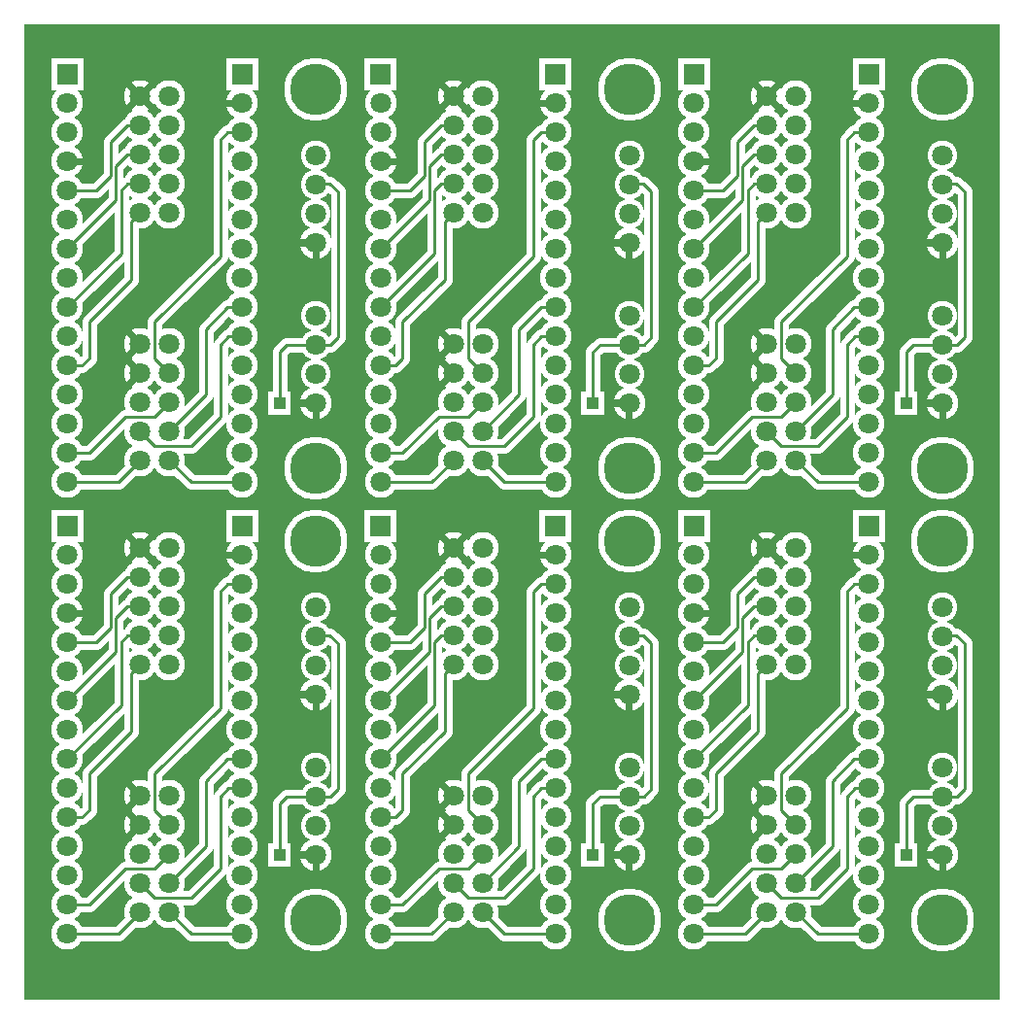
<source format=gbr>
%FSLAX34Y34*%
%MOMM*%
%LNCOPPER_BOTTOM*%
G71*
G01*
%ADD10C, 2.800*%
%ADD11C, 1.250*%
%ADD12C, 2.600*%
%ADD13C, 5.500*%
%ADD14C, 0.600*%
%ADD15C, 1.800*%
%ADD16C, 0.250*%
%ADD17C, 4.500*%
%LPD*%
G36*
X0Y0D02*
X850000Y0D01*
X850000Y-850000D01*
X0Y-850000D01*
X0Y0D01*
G37*
%LPC*%
G36*
X23300Y-29596D02*
X51300Y-29596D01*
X51300Y-57596D01*
X23300Y-57596D01*
X23300Y-29596D01*
G37*
G36*
X175700Y-29596D02*
X203700Y-29596D01*
X203700Y-57596D01*
X175700Y-57596D01*
X175700Y-29596D01*
G37*
X37300Y-68996D02*
G54D10*
D03*
X37300Y-94396D02*
G54D10*
D03*
X37300Y-119742D02*
G54D10*
D03*
X37300Y-145196D02*
G54D10*
D03*
X37300Y-170596D02*
G54D10*
D03*
X37300Y-195996D02*
G54D10*
D03*
X37300Y-221396D02*
G54D10*
D03*
X37300Y-246796D02*
G54D10*
D03*
X37300Y-272196D02*
G54D10*
D03*
X37300Y-297596D02*
G54D10*
D03*
X37300Y-322996D02*
G54D10*
D03*
X37300Y-348396D02*
G54D10*
D03*
X37300Y-373796D02*
G54D10*
D03*
X37300Y-399196D02*
G54D10*
D03*
X189700Y-399196D02*
G54D10*
D03*
X189700Y-373796D02*
G54D10*
D03*
X189700Y-348396D02*
G54D10*
D03*
X189700Y-322996D02*
G54D10*
D03*
X189700Y-297596D02*
G54D10*
D03*
X189700Y-272196D02*
G54D10*
D03*
X189700Y-246796D02*
G54D10*
D03*
X189700Y-221396D02*
G54D10*
D03*
X189700Y-195996D02*
G54D10*
D03*
X189700Y-170596D02*
G54D10*
D03*
X189700Y-145196D02*
G54D10*
D03*
X189700Y-119796D02*
G54D10*
D03*
X189700Y-94396D02*
G54D10*
D03*
X189700Y-68996D02*
G54D10*
D03*
X100800Y-62646D02*
G54D10*
D03*
X126200Y-62646D02*
G54D10*
D03*
X126200Y-88046D02*
G54D10*
D03*
X100800Y-88046D02*
G54D10*
D03*
X100800Y-113446D02*
G54D10*
D03*
X100800Y-138846D02*
G54D10*
D03*
X100800Y-164246D02*
G54D10*
D03*
X126200Y-164246D02*
G54D10*
D03*
X126200Y-138846D02*
G54D10*
D03*
X126200Y-113446D02*
G54D10*
D03*
X100800Y-278546D02*
G54D10*
D03*
X126200Y-278546D02*
G54D10*
D03*
X126200Y-303946D02*
G54D10*
D03*
X100800Y-303946D02*
G54D10*
D03*
X100800Y-329346D02*
G54D10*
D03*
X126200Y-329346D02*
G54D10*
D03*
X126200Y-354746D02*
G54D10*
D03*
X100800Y-354746D02*
G54D10*
D03*
X100800Y-380146D02*
G54D10*
D03*
X126200Y-380146D02*
G54D10*
D03*
G54D11*
X37300Y-145196D02*
X62700Y-145196D01*
X75400Y-132496D01*
X75400Y-102670D01*
X90024Y-88046D01*
X100800Y-88046D01*
G54D11*
X37300Y-195996D02*
X79900Y-153396D01*
X79900Y-123570D01*
X90024Y-113446D01*
X100800Y-113446D01*
G54D11*
X37300Y-246796D02*
X84400Y-199696D01*
X84400Y-144469D01*
X90024Y-138846D01*
X100800Y-138846D01*
G54D11*
X37300Y-297596D02*
X50000Y-297596D01*
X56350Y-291246D01*
X56350Y-259496D01*
X93180Y-222666D01*
X93180Y-171866D01*
X100800Y-164246D01*
G54D11*
X37300Y-373796D02*
X56350Y-373796D01*
X88100Y-342046D01*
X113500Y-342046D01*
X126200Y-329346D01*
G54D11*
X37300Y-399196D02*
X81750Y-399196D01*
X100800Y-380146D01*
G54D11*
X126200Y-380146D02*
X145250Y-399196D01*
X189700Y-399196D01*
G54D11*
X100800Y-354746D02*
X113500Y-367446D01*
X145250Y-367446D01*
X170650Y-342046D01*
X170650Y-279225D01*
X177679Y-272196D01*
X189700Y-272196D01*
G54D11*
X126200Y-354746D02*
X157950Y-322996D01*
X157950Y-265846D01*
X177000Y-246796D01*
X189700Y-246796D01*
G54D11*
X126200Y-303946D02*
X113500Y-291246D01*
X113500Y-259496D01*
X170650Y-202346D01*
X170650Y-100746D01*
X177000Y-94396D01*
X189700Y-94396D01*
X254000Y-190500D02*
G54D12*
D03*
X254000Y-165100D02*
G54D12*
D03*
X254000Y-139700D02*
G54D12*
D03*
X254000Y-114300D02*
G54D12*
D03*
X254000Y-330200D02*
G54D12*
D03*
X254000Y-304800D02*
G54D12*
D03*
X254000Y-279400D02*
G54D12*
D03*
X254000Y-254000D02*
G54D12*
D03*
G36*
X212250Y-320200D02*
X232250Y-320200D01*
X232250Y-340200D01*
X212250Y-340200D01*
X212250Y-320200D01*
G37*
X254000Y-190500D02*
G54D10*
D03*
X254000Y-330200D02*
G54D10*
D03*
X254000Y-387350D02*
G54D13*
D03*
X254000Y-57150D02*
G54D13*
D03*
G54D11*
X253200Y-138792D02*
X265792Y-138792D01*
X273050Y-146050D01*
X273050Y-273050D01*
X266700Y-279400D01*
X254000Y-279400D01*
G54D11*
X222250Y-330200D02*
X222250Y-285750D01*
X228600Y-279400D01*
X254000Y-279400D01*
G36*
X296350Y-29596D02*
X324350Y-29596D01*
X324350Y-57596D01*
X296350Y-57596D01*
X296350Y-29596D01*
G37*
G36*
X448750Y-29596D02*
X476750Y-29596D01*
X476750Y-57596D01*
X448750Y-57596D01*
X448750Y-29596D01*
G37*
X310350Y-68996D02*
G54D10*
D03*
X310350Y-94396D02*
G54D10*
D03*
X310350Y-119742D02*
G54D10*
D03*
X310350Y-145196D02*
G54D10*
D03*
X310350Y-170596D02*
G54D10*
D03*
X310350Y-195996D02*
G54D10*
D03*
X310350Y-221396D02*
G54D10*
D03*
X310350Y-246796D02*
G54D10*
D03*
X310350Y-272196D02*
G54D10*
D03*
X310350Y-297596D02*
G54D10*
D03*
X310350Y-322996D02*
G54D10*
D03*
X310350Y-348396D02*
G54D10*
D03*
X310350Y-373796D02*
G54D10*
D03*
X310350Y-399196D02*
G54D10*
D03*
X462750Y-399196D02*
G54D10*
D03*
X462750Y-373796D02*
G54D10*
D03*
X462750Y-348396D02*
G54D10*
D03*
X462750Y-322996D02*
G54D10*
D03*
X462750Y-297596D02*
G54D10*
D03*
X462750Y-272196D02*
G54D10*
D03*
X462750Y-246796D02*
G54D10*
D03*
X462750Y-221396D02*
G54D10*
D03*
X462750Y-195996D02*
G54D10*
D03*
X462750Y-170596D02*
G54D10*
D03*
X462750Y-145196D02*
G54D10*
D03*
X462750Y-119796D02*
G54D10*
D03*
X462750Y-94396D02*
G54D10*
D03*
X462750Y-68996D02*
G54D10*
D03*
X373850Y-62646D02*
G54D10*
D03*
X399250Y-62646D02*
G54D10*
D03*
X399250Y-88046D02*
G54D10*
D03*
X373850Y-88046D02*
G54D10*
D03*
X373850Y-113446D02*
G54D10*
D03*
X373850Y-138846D02*
G54D10*
D03*
X373850Y-164246D02*
G54D10*
D03*
X399250Y-164246D02*
G54D10*
D03*
X399250Y-138846D02*
G54D10*
D03*
X399250Y-113446D02*
G54D10*
D03*
X373850Y-278546D02*
G54D10*
D03*
X399250Y-278546D02*
G54D10*
D03*
X399250Y-303946D02*
G54D10*
D03*
X373850Y-303946D02*
G54D10*
D03*
X373850Y-329346D02*
G54D10*
D03*
X399250Y-329346D02*
G54D10*
D03*
X399250Y-354746D02*
G54D10*
D03*
X373850Y-354746D02*
G54D10*
D03*
X373850Y-380146D02*
G54D10*
D03*
X399250Y-380146D02*
G54D10*
D03*
G54D11*
X310350Y-145196D02*
X335750Y-145196D01*
X348450Y-132496D01*
X348450Y-102670D01*
X363074Y-88046D01*
X373850Y-88046D01*
G54D11*
X310350Y-195996D02*
X352950Y-153396D01*
X352950Y-123570D01*
X363074Y-113446D01*
X373850Y-113446D01*
G54D11*
X310350Y-246796D02*
X357450Y-199696D01*
X357450Y-144469D01*
X363074Y-138846D01*
X373850Y-138846D01*
G54D11*
X310350Y-297596D02*
X323050Y-297596D01*
X329400Y-291246D01*
X329400Y-259496D01*
X366230Y-222666D01*
X366230Y-171866D01*
X373850Y-164246D01*
G54D11*
X310350Y-373796D02*
X329400Y-373796D01*
X361150Y-342046D01*
X386550Y-342046D01*
X399250Y-329346D01*
G54D11*
X310350Y-399196D02*
X354800Y-399196D01*
X373850Y-380146D01*
G54D11*
X399250Y-380146D02*
X418300Y-399196D01*
X462750Y-399196D01*
G54D11*
X373850Y-354746D02*
X386550Y-367446D01*
X418300Y-367446D01*
X443700Y-342046D01*
X443700Y-279225D01*
X450729Y-272196D01*
X462750Y-272196D01*
G54D11*
X399250Y-354746D02*
X431000Y-322996D01*
X431000Y-265846D01*
X450050Y-246796D01*
X462750Y-246796D01*
G54D11*
X399250Y-303946D02*
X386550Y-291246D01*
X386550Y-259496D01*
X443700Y-202346D01*
X443700Y-100746D01*
X450050Y-94396D01*
X462750Y-94396D01*
X527050Y-190500D02*
G54D12*
D03*
X527050Y-165100D02*
G54D12*
D03*
X527050Y-139700D02*
G54D12*
D03*
X527050Y-114300D02*
G54D12*
D03*
X527050Y-330200D02*
G54D12*
D03*
X527050Y-304800D02*
G54D12*
D03*
X527050Y-279400D02*
G54D12*
D03*
X527050Y-254000D02*
G54D12*
D03*
G36*
X485300Y-320200D02*
X505300Y-320200D01*
X505300Y-340200D01*
X485300Y-340200D01*
X485300Y-320200D01*
G37*
X527050Y-190500D02*
G54D10*
D03*
X527050Y-330200D02*
G54D10*
D03*
X527050Y-387350D02*
G54D13*
D03*
X527050Y-57150D02*
G54D13*
D03*
G54D11*
X526250Y-138792D02*
X538842Y-138792D01*
X546100Y-146050D01*
X546100Y-273050D01*
X539750Y-279400D01*
X527050Y-279400D01*
G54D11*
X495300Y-330200D02*
X495300Y-285750D01*
X501650Y-279400D01*
X527050Y-279400D01*
G36*
X569400Y-29596D02*
X597400Y-29596D01*
X597400Y-57596D01*
X569400Y-57596D01*
X569400Y-29596D01*
G37*
G36*
X721800Y-29596D02*
X749800Y-29596D01*
X749800Y-57596D01*
X721800Y-57596D01*
X721800Y-29596D01*
G37*
X583400Y-68996D02*
G54D10*
D03*
X583400Y-94396D02*
G54D10*
D03*
X583400Y-119742D02*
G54D10*
D03*
X583400Y-145196D02*
G54D10*
D03*
X583400Y-170596D02*
G54D10*
D03*
X583400Y-195996D02*
G54D10*
D03*
X583400Y-221396D02*
G54D10*
D03*
X583400Y-246796D02*
G54D10*
D03*
X583400Y-272196D02*
G54D10*
D03*
X583400Y-297596D02*
G54D10*
D03*
X583400Y-322996D02*
G54D10*
D03*
X583400Y-348396D02*
G54D10*
D03*
X583400Y-373796D02*
G54D10*
D03*
X583400Y-399196D02*
G54D10*
D03*
X735800Y-399196D02*
G54D10*
D03*
X735800Y-373796D02*
G54D10*
D03*
X735800Y-348396D02*
G54D10*
D03*
X735800Y-322996D02*
G54D10*
D03*
X735800Y-297596D02*
G54D10*
D03*
X735800Y-272196D02*
G54D10*
D03*
X735800Y-246796D02*
G54D10*
D03*
X735800Y-221396D02*
G54D10*
D03*
X735800Y-195996D02*
G54D10*
D03*
X735800Y-170596D02*
G54D10*
D03*
X735800Y-145196D02*
G54D10*
D03*
X735800Y-119796D02*
G54D10*
D03*
X735800Y-94396D02*
G54D10*
D03*
X735800Y-68996D02*
G54D10*
D03*
X646900Y-62646D02*
G54D10*
D03*
X672300Y-62646D02*
G54D10*
D03*
X672300Y-88046D02*
G54D10*
D03*
X646900Y-88046D02*
G54D10*
D03*
X646900Y-113446D02*
G54D10*
D03*
X646900Y-138846D02*
G54D10*
D03*
X646900Y-164246D02*
G54D10*
D03*
X672300Y-164246D02*
G54D10*
D03*
X672300Y-138846D02*
G54D10*
D03*
X672300Y-113446D02*
G54D10*
D03*
X646900Y-278546D02*
G54D10*
D03*
X672300Y-278546D02*
G54D10*
D03*
X672300Y-303946D02*
G54D10*
D03*
X646900Y-303946D02*
G54D10*
D03*
X646900Y-329346D02*
G54D10*
D03*
X672300Y-329346D02*
G54D10*
D03*
X672300Y-354746D02*
G54D10*
D03*
X646900Y-354746D02*
G54D10*
D03*
X646900Y-380146D02*
G54D10*
D03*
X672300Y-380146D02*
G54D10*
D03*
G54D11*
X583400Y-145196D02*
X608800Y-145196D01*
X621500Y-132496D01*
X621500Y-102670D01*
X636124Y-88046D01*
X646900Y-88046D01*
G54D11*
X583400Y-195996D02*
X626000Y-153396D01*
X626000Y-123570D01*
X636124Y-113446D01*
X646900Y-113446D01*
G54D11*
X583400Y-246796D02*
X630500Y-199696D01*
X630500Y-144469D01*
X636124Y-138846D01*
X646900Y-138846D01*
G54D11*
X583400Y-297596D02*
X596100Y-297596D01*
X602450Y-291246D01*
X602450Y-259496D01*
X639280Y-222666D01*
X639280Y-171866D01*
X646900Y-164246D01*
G54D11*
X583400Y-373796D02*
X602450Y-373796D01*
X634200Y-342046D01*
X659600Y-342046D01*
X672300Y-329346D01*
G54D11*
X583400Y-399196D02*
X627850Y-399196D01*
X646900Y-380146D01*
G54D11*
X672300Y-380146D02*
X691350Y-399196D01*
X735800Y-399196D01*
G54D11*
X646900Y-354746D02*
X659600Y-367446D01*
X691350Y-367446D01*
X716750Y-342046D01*
X716750Y-279225D01*
X723779Y-272196D01*
X735800Y-272196D01*
G54D11*
X672300Y-354746D02*
X704050Y-322996D01*
X704050Y-265846D01*
X723100Y-246796D01*
X735800Y-246796D01*
G54D11*
X672300Y-303946D02*
X659600Y-291246D01*
X659600Y-259496D01*
X716750Y-202346D01*
X716750Y-100746D01*
X723100Y-94396D01*
X735800Y-94396D01*
X800100Y-190500D02*
G54D12*
D03*
X800100Y-165100D02*
G54D12*
D03*
X800100Y-139700D02*
G54D12*
D03*
X800100Y-114300D02*
G54D12*
D03*
X800100Y-330200D02*
G54D12*
D03*
X800100Y-304800D02*
G54D12*
D03*
X800100Y-279400D02*
G54D12*
D03*
X800100Y-254000D02*
G54D12*
D03*
G36*
X758350Y-320200D02*
X778350Y-320200D01*
X778350Y-340200D01*
X758350Y-340200D01*
X758350Y-320200D01*
G37*
X800100Y-190500D02*
G54D10*
D03*
X800100Y-330200D02*
G54D10*
D03*
X800100Y-387350D02*
G54D13*
D03*
X800100Y-57150D02*
G54D13*
D03*
G54D11*
X799300Y-138792D02*
X811892Y-138792D01*
X819150Y-146050D01*
X819150Y-273050D01*
X812800Y-279400D01*
X800100Y-279400D01*
G54D11*
X768350Y-330200D02*
X768350Y-285750D01*
X774700Y-279400D01*
X800100Y-279400D01*
G36*
X23300Y-423296D02*
X51300Y-423296D01*
X51300Y-451296D01*
X23300Y-451296D01*
X23300Y-423296D01*
G37*
G36*
X175700Y-423296D02*
X203700Y-423296D01*
X203700Y-451296D01*
X175700Y-451296D01*
X175700Y-423296D01*
G37*
X37300Y-462696D02*
G54D10*
D03*
X37300Y-488096D02*
G54D10*
D03*
X37300Y-513442D02*
G54D10*
D03*
X37300Y-538896D02*
G54D10*
D03*
X37300Y-564296D02*
G54D10*
D03*
X37300Y-589696D02*
G54D10*
D03*
X37300Y-615096D02*
G54D10*
D03*
X37300Y-640496D02*
G54D10*
D03*
X37300Y-665896D02*
G54D10*
D03*
X37300Y-691296D02*
G54D10*
D03*
X37300Y-716696D02*
G54D10*
D03*
X37300Y-742096D02*
G54D10*
D03*
X37300Y-767496D02*
G54D10*
D03*
X37300Y-792896D02*
G54D10*
D03*
X189700Y-792896D02*
G54D10*
D03*
X189700Y-767496D02*
G54D10*
D03*
X189700Y-742096D02*
G54D10*
D03*
X189700Y-716696D02*
G54D10*
D03*
X189700Y-691296D02*
G54D10*
D03*
X189700Y-665896D02*
G54D10*
D03*
X189700Y-640496D02*
G54D10*
D03*
X189700Y-615096D02*
G54D10*
D03*
X189700Y-589696D02*
G54D10*
D03*
X189700Y-564296D02*
G54D10*
D03*
X189700Y-538896D02*
G54D10*
D03*
X189700Y-513496D02*
G54D10*
D03*
X189700Y-488096D02*
G54D10*
D03*
X189700Y-462696D02*
G54D10*
D03*
X100800Y-456346D02*
G54D10*
D03*
X126200Y-456346D02*
G54D10*
D03*
X126200Y-481746D02*
G54D10*
D03*
X100800Y-481746D02*
G54D10*
D03*
X100800Y-507146D02*
G54D10*
D03*
X100800Y-532546D02*
G54D10*
D03*
X100800Y-557946D02*
G54D10*
D03*
X126200Y-557946D02*
G54D10*
D03*
X126200Y-532546D02*
G54D10*
D03*
X126200Y-507146D02*
G54D10*
D03*
X100800Y-672246D02*
G54D10*
D03*
X126200Y-672246D02*
G54D10*
D03*
X126200Y-697646D02*
G54D10*
D03*
X100800Y-697646D02*
G54D10*
D03*
X100800Y-723046D02*
G54D10*
D03*
X126200Y-723046D02*
G54D10*
D03*
X126200Y-748446D02*
G54D10*
D03*
X100800Y-748446D02*
G54D10*
D03*
X100800Y-773846D02*
G54D10*
D03*
X126200Y-773846D02*
G54D10*
D03*
G54D11*
X37300Y-538896D02*
X62700Y-538896D01*
X75400Y-526196D01*
X75400Y-496370D01*
X90024Y-481746D01*
X100800Y-481746D01*
G54D11*
X37300Y-589696D02*
X79900Y-547096D01*
X79900Y-517270D01*
X90024Y-507146D01*
X100800Y-507146D01*
G54D11*
X37300Y-640496D02*
X84400Y-593396D01*
X84400Y-538170D01*
X90024Y-532546D01*
X100800Y-532546D01*
G54D11*
X37300Y-691296D02*
X50000Y-691296D01*
X56350Y-684946D01*
X56350Y-653196D01*
X93180Y-616366D01*
X93180Y-565566D01*
X100800Y-557946D01*
G54D11*
X37300Y-767496D02*
X56350Y-767496D01*
X88100Y-735746D01*
X113500Y-735746D01*
X126200Y-723046D01*
G54D11*
X37300Y-792896D02*
X81750Y-792896D01*
X100800Y-773846D01*
G54D11*
X126200Y-773846D02*
X145250Y-792896D01*
X189700Y-792896D01*
G54D11*
X100800Y-748446D02*
X113500Y-761146D01*
X145250Y-761146D01*
X170650Y-735746D01*
X170650Y-672925D01*
X177679Y-665896D01*
X189700Y-665896D01*
G54D11*
X126200Y-748446D02*
X157950Y-716696D01*
X157950Y-659546D01*
X177000Y-640496D01*
X189700Y-640496D01*
G54D11*
X126200Y-697646D02*
X113500Y-684946D01*
X113500Y-653196D01*
X170650Y-596046D01*
X170650Y-494446D01*
X177000Y-488096D01*
X189700Y-488096D01*
X254000Y-584200D02*
G54D12*
D03*
X254000Y-558800D02*
G54D12*
D03*
X254000Y-533400D02*
G54D12*
D03*
X254000Y-508000D02*
G54D12*
D03*
X254000Y-723900D02*
G54D12*
D03*
X254000Y-698500D02*
G54D12*
D03*
X254000Y-673100D02*
G54D12*
D03*
X254000Y-647700D02*
G54D12*
D03*
G36*
X212250Y-713900D02*
X232250Y-713900D01*
X232250Y-733900D01*
X212250Y-733900D01*
X212250Y-713900D01*
G37*
X254000Y-584200D02*
G54D10*
D03*
X254000Y-723900D02*
G54D10*
D03*
X254000Y-781050D02*
G54D13*
D03*
X254000Y-450850D02*
G54D13*
D03*
G54D11*
X253200Y-532492D02*
X265792Y-532492D01*
X273050Y-539750D01*
X273050Y-666750D01*
X266700Y-673100D01*
X254000Y-673100D01*
G54D11*
X222250Y-723900D02*
X222250Y-679450D01*
X228600Y-673100D01*
X254000Y-673100D01*
G36*
X296350Y-423296D02*
X324350Y-423296D01*
X324350Y-451296D01*
X296350Y-451296D01*
X296350Y-423296D01*
G37*
G36*
X448750Y-423296D02*
X476750Y-423296D01*
X476750Y-451296D01*
X448750Y-451296D01*
X448750Y-423296D01*
G37*
X310350Y-462696D02*
G54D10*
D03*
X310350Y-488096D02*
G54D10*
D03*
X310350Y-513442D02*
G54D10*
D03*
X310350Y-538896D02*
G54D10*
D03*
X310350Y-564296D02*
G54D10*
D03*
X310350Y-589696D02*
G54D10*
D03*
X310350Y-615096D02*
G54D10*
D03*
X310350Y-640496D02*
G54D10*
D03*
X310350Y-665896D02*
G54D10*
D03*
X310350Y-691296D02*
G54D10*
D03*
X310350Y-716696D02*
G54D10*
D03*
X310350Y-742096D02*
G54D10*
D03*
X310350Y-767496D02*
G54D10*
D03*
X310350Y-792896D02*
G54D10*
D03*
X462750Y-792896D02*
G54D10*
D03*
X462750Y-767496D02*
G54D10*
D03*
X462750Y-742096D02*
G54D10*
D03*
X462750Y-716696D02*
G54D10*
D03*
X462750Y-691296D02*
G54D10*
D03*
X462750Y-665896D02*
G54D10*
D03*
X462750Y-640496D02*
G54D10*
D03*
X462750Y-615096D02*
G54D10*
D03*
X462750Y-589696D02*
G54D10*
D03*
X462750Y-564296D02*
G54D10*
D03*
X462750Y-538896D02*
G54D10*
D03*
X462750Y-513496D02*
G54D10*
D03*
X462750Y-488096D02*
G54D10*
D03*
X462750Y-462696D02*
G54D10*
D03*
X373850Y-456346D02*
G54D10*
D03*
X399250Y-456346D02*
G54D10*
D03*
X399250Y-481746D02*
G54D10*
D03*
X373850Y-481746D02*
G54D10*
D03*
X373850Y-507146D02*
G54D10*
D03*
X373850Y-532546D02*
G54D10*
D03*
X373850Y-557946D02*
G54D10*
D03*
X399250Y-557946D02*
G54D10*
D03*
X399250Y-532546D02*
G54D10*
D03*
X399250Y-507146D02*
G54D10*
D03*
X373850Y-672246D02*
G54D10*
D03*
X399250Y-672246D02*
G54D10*
D03*
X399250Y-697646D02*
G54D10*
D03*
X373850Y-697646D02*
G54D10*
D03*
X373850Y-723046D02*
G54D10*
D03*
X399250Y-723046D02*
G54D10*
D03*
X399250Y-748446D02*
G54D10*
D03*
X373850Y-748446D02*
G54D10*
D03*
X373850Y-773846D02*
G54D10*
D03*
X399250Y-773846D02*
G54D10*
D03*
G54D11*
X310350Y-538896D02*
X335750Y-538896D01*
X348450Y-526196D01*
X348450Y-496370D01*
X363074Y-481746D01*
X373850Y-481746D01*
G54D11*
X310350Y-589696D02*
X352950Y-547096D01*
X352950Y-517270D01*
X363074Y-507146D01*
X373850Y-507146D01*
G54D11*
X310350Y-640496D02*
X357450Y-593396D01*
X357450Y-538170D01*
X363074Y-532546D01*
X373850Y-532546D01*
G54D11*
X310350Y-691296D02*
X323050Y-691296D01*
X329400Y-684946D01*
X329400Y-653196D01*
X366230Y-616366D01*
X366230Y-565566D01*
X373850Y-557946D01*
G54D11*
X310350Y-767496D02*
X329400Y-767496D01*
X361150Y-735746D01*
X386550Y-735746D01*
X399250Y-723046D01*
G54D11*
X310350Y-792896D02*
X354800Y-792896D01*
X373850Y-773846D01*
G54D11*
X399250Y-773846D02*
X418300Y-792896D01*
X462750Y-792896D01*
G54D11*
X373850Y-748446D02*
X386550Y-761146D01*
X418300Y-761146D01*
X443700Y-735746D01*
X443700Y-672925D01*
X450729Y-665896D01*
X462750Y-665896D01*
G54D11*
X399250Y-748446D02*
X431000Y-716696D01*
X431000Y-659546D01*
X450050Y-640496D01*
X462750Y-640496D01*
G54D11*
X399250Y-697646D02*
X386550Y-684946D01*
X386550Y-653196D01*
X443700Y-596046D01*
X443700Y-494446D01*
X450050Y-488096D01*
X462750Y-488096D01*
X527050Y-584200D02*
G54D12*
D03*
X527050Y-558800D02*
G54D12*
D03*
X527050Y-533400D02*
G54D12*
D03*
X527050Y-508000D02*
G54D12*
D03*
X527050Y-723900D02*
G54D12*
D03*
X527050Y-698500D02*
G54D12*
D03*
X527050Y-673100D02*
G54D12*
D03*
X527050Y-647700D02*
G54D12*
D03*
G36*
X485300Y-713900D02*
X505300Y-713900D01*
X505300Y-733900D01*
X485300Y-733900D01*
X485300Y-713900D01*
G37*
X527050Y-584200D02*
G54D10*
D03*
X527050Y-723900D02*
G54D10*
D03*
X527050Y-781050D02*
G54D13*
D03*
X527050Y-450850D02*
G54D13*
D03*
G54D11*
X526250Y-532492D02*
X538842Y-532492D01*
X546100Y-539750D01*
X546100Y-666750D01*
X539750Y-673100D01*
X527050Y-673100D01*
G54D11*
X495300Y-723900D02*
X495300Y-679450D01*
X501650Y-673100D01*
X527050Y-673100D01*
G36*
X569400Y-423296D02*
X597400Y-423296D01*
X597400Y-451296D01*
X569400Y-451296D01*
X569400Y-423296D01*
G37*
G36*
X721800Y-423296D02*
X749800Y-423296D01*
X749800Y-451296D01*
X721800Y-451296D01*
X721800Y-423296D01*
G37*
X583400Y-462696D02*
G54D10*
D03*
X583400Y-488096D02*
G54D10*
D03*
X583400Y-513442D02*
G54D10*
D03*
X583400Y-538896D02*
G54D10*
D03*
X583400Y-564296D02*
G54D10*
D03*
X583400Y-589696D02*
G54D10*
D03*
X583400Y-615096D02*
G54D10*
D03*
X583400Y-640496D02*
G54D10*
D03*
X583400Y-665896D02*
G54D10*
D03*
X583400Y-691296D02*
G54D10*
D03*
X583400Y-716696D02*
G54D10*
D03*
X583400Y-742096D02*
G54D10*
D03*
X583400Y-767496D02*
G54D10*
D03*
X583400Y-792896D02*
G54D10*
D03*
X735800Y-792896D02*
G54D10*
D03*
X735800Y-767496D02*
G54D10*
D03*
X735800Y-742096D02*
G54D10*
D03*
X735800Y-716696D02*
G54D10*
D03*
X735800Y-691296D02*
G54D10*
D03*
X735800Y-665896D02*
G54D10*
D03*
X735800Y-640496D02*
G54D10*
D03*
X735800Y-615096D02*
G54D10*
D03*
X735800Y-589696D02*
G54D10*
D03*
X735800Y-564296D02*
G54D10*
D03*
X735800Y-538896D02*
G54D10*
D03*
X735800Y-513496D02*
G54D10*
D03*
X735800Y-488096D02*
G54D10*
D03*
X735800Y-462696D02*
G54D10*
D03*
X646900Y-456346D02*
G54D10*
D03*
X672300Y-456346D02*
G54D10*
D03*
X672300Y-481746D02*
G54D10*
D03*
X646900Y-481746D02*
G54D10*
D03*
X646900Y-507146D02*
G54D10*
D03*
X646900Y-532546D02*
G54D10*
D03*
X646900Y-557946D02*
G54D10*
D03*
X672300Y-557946D02*
G54D10*
D03*
X672300Y-532546D02*
G54D10*
D03*
X672300Y-507146D02*
G54D10*
D03*
X646900Y-672246D02*
G54D10*
D03*
X672300Y-672246D02*
G54D10*
D03*
X672300Y-697646D02*
G54D10*
D03*
X646900Y-697646D02*
G54D10*
D03*
X646900Y-723046D02*
G54D10*
D03*
X672300Y-723046D02*
G54D10*
D03*
X672300Y-748446D02*
G54D10*
D03*
X646900Y-748446D02*
G54D10*
D03*
X646900Y-773846D02*
G54D10*
D03*
X672300Y-773846D02*
G54D10*
D03*
G54D11*
X583400Y-538896D02*
X608800Y-538896D01*
X621500Y-526196D01*
X621500Y-496370D01*
X636124Y-481746D01*
X646900Y-481746D01*
G54D11*
X583400Y-589696D02*
X626000Y-547096D01*
X626000Y-517270D01*
X636124Y-507146D01*
X646900Y-507146D01*
G54D11*
X583400Y-640496D02*
X630500Y-593396D01*
X630500Y-538170D01*
X636124Y-532546D01*
X646900Y-532546D01*
G54D11*
X583400Y-691296D02*
X596100Y-691296D01*
X602450Y-684946D01*
X602450Y-653196D01*
X639280Y-616366D01*
X639280Y-565566D01*
X646900Y-557946D01*
G54D11*
X583400Y-767496D02*
X602450Y-767496D01*
X634200Y-735746D01*
X659600Y-735746D01*
X672300Y-723046D01*
G54D11*
X583400Y-792896D02*
X627850Y-792896D01*
X646900Y-773846D01*
G54D11*
X672300Y-773846D02*
X691350Y-792896D01*
X735800Y-792896D01*
G54D11*
X646900Y-748446D02*
X659600Y-761146D01*
X691350Y-761146D01*
X716750Y-735746D01*
X716750Y-672925D01*
X723779Y-665896D01*
X735800Y-665896D01*
G54D11*
X672300Y-748446D02*
X704050Y-716696D01*
X704050Y-659546D01*
X723100Y-640496D01*
X735800Y-640496D01*
G54D11*
X672300Y-697646D02*
X659600Y-684946D01*
X659600Y-653196D01*
X716750Y-596046D01*
X716750Y-494446D01*
X723100Y-488096D01*
X735800Y-488096D01*
X800100Y-584200D02*
G54D12*
D03*
X800100Y-558800D02*
G54D12*
D03*
X800100Y-533400D02*
G54D12*
D03*
X800100Y-508000D02*
G54D12*
D03*
X800100Y-723900D02*
G54D12*
D03*
X800100Y-698500D02*
G54D12*
D03*
X800100Y-673100D02*
G54D12*
D03*
X800100Y-647700D02*
G54D12*
D03*
G36*
X758350Y-713900D02*
X778350Y-713900D01*
X778350Y-733900D01*
X758350Y-733900D01*
X758350Y-713900D01*
G37*
X800100Y-584200D02*
G54D10*
D03*
X800100Y-723900D02*
G54D10*
D03*
X800100Y-781050D02*
G54D13*
D03*
X800100Y-450850D02*
G54D13*
D03*
G54D11*
X799300Y-532492D02*
X811892Y-532492D01*
X819150Y-539750D01*
X819150Y-666750D01*
X812800Y-673100D01*
X800100Y-673100D01*
G54D11*
X768350Y-723900D02*
X768350Y-679450D01*
X774700Y-673100D01*
X800100Y-673100D01*
%LPD*%
G54D14*
G36*
X37300Y-116742D02*
X51800Y-116742D01*
X51800Y-122742D01*
X37300Y-122742D01*
X37300Y-116742D01*
G37*
G54D14*
G36*
X189700Y-71996D02*
X175200Y-71996D01*
X175200Y-65996D01*
X189700Y-65996D01*
X189700Y-71996D01*
G37*
G54D14*
G36*
X98679Y-60525D02*
X108932Y-50272D01*
X113174Y-54514D01*
X102921Y-64767D01*
X98679Y-60525D01*
G37*
G36*
X102921Y-60525D02*
X113174Y-70778D01*
X108932Y-75020D01*
X98679Y-64767D01*
X102921Y-60525D01*
G37*
G36*
X102921Y-64767D02*
X92668Y-75020D01*
X88426Y-70778D01*
X98679Y-60525D01*
X102921Y-64767D01*
G37*
G36*
X98679Y-64767D02*
X88426Y-54514D01*
X92668Y-50272D01*
X102921Y-60525D01*
X98679Y-64767D01*
G37*
G54D14*
G36*
X102921Y-280667D02*
X92668Y-290920D01*
X88426Y-286678D01*
X98679Y-276425D01*
X102921Y-280667D01*
G37*
G36*
X98679Y-280667D02*
X88426Y-270414D01*
X92668Y-266172D01*
X102921Y-276425D01*
X98679Y-280667D01*
G37*
G54D14*
G36*
X102921Y-306067D02*
X92668Y-316320D01*
X88426Y-312078D01*
X98679Y-301825D01*
X102921Y-306067D01*
G37*
G36*
X98679Y-306067D02*
X88426Y-295814D01*
X92668Y-291572D01*
X102921Y-301825D01*
X98679Y-306067D01*
G37*
G54D14*
G36*
X257000Y-190500D02*
X257000Y-205000D01*
X251000Y-205000D01*
X251000Y-190500D01*
X257000Y-190500D01*
G37*
G36*
X254000Y-193500D02*
X239500Y-193500D01*
X239500Y-187500D01*
X254000Y-187500D01*
X254000Y-193500D01*
G37*
G54D14*
G36*
X257000Y-330200D02*
X257000Y-344700D01*
X251000Y-344700D01*
X251000Y-330200D01*
X257000Y-330200D01*
G37*
G36*
X254000Y-333200D02*
X239500Y-333200D01*
X239500Y-327200D01*
X254000Y-327200D01*
X254000Y-333200D01*
G37*
G54D14*
G36*
X310350Y-116742D02*
X324850Y-116742D01*
X324850Y-122742D01*
X310350Y-122742D01*
X310350Y-116742D01*
G37*
G54D14*
G36*
X462750Y-71996D02*
X448250Y-71996D01*
X448250Y-65996D01*
X462750Y-65996D01*
X462750Y-71996D01*
G37*
G54D14*
G36*
X371729Y-60525D02*
X381982Y-50272D01*
X386224Y-54514D01*
X375971Y-64767D01*
X371729Y-60525D01*
G37*
G36*
X375971Y-60525D02*
X386224Y-70778D01*
X381982Y-75020D01*
X371729Y-64767D01*
X375971Y-60525D01*
G37*
G36*
X375971Y-64767D02*
X365718Y-75020D01*
X361476Y-70778D01*
X371729Y-60525D01*
X375971Y-64767D01*
G37*
G36*
X371729Y-64767D02*
X361476Y-54514D01*
X365718Y-50272D01*
X375971Y-60525D01*
X371729Y-64767D01*
G37*
G54D14*
G36*
X375971Y-280667D02*
X365718Y-290920D01*
X361476Y-286678D01*
X371729Y-276425D01*
X375971Y-280667D01*
G37*
G36*
X371729Y-280667D02*
X361476Y-270414D01*
X365718Y-266172D01*
X375971Y-276425D01*
X371729Y-280667D01*
G37*
G54D14*
G36*
X375971Y-306067D02*
X365718Y-316320D01*
X361476Y-312078D01*
X371729Y-301825D01*
X375971Y-306067D01*
G37*
G36*
X371729Y-306067D02*
X361476Y-295814D01*
X365718Y-291572D01*
X375971Y-301825D01*
X371729Y-306067D01*
G37*
G54D14*
G36*
X530050Y-190500D02*
X530050Y-205000D01*
X524050Y-205000D01*
X524050Y-190500D01*
X530050Y-190500D01*
G37*
G36*
X527050Y-193500D02*
X512550Y-193500D01*
X512550Y-187500D01*
X527050Y-187500D01*
X527050Y-193500D01*
G37*
G54D14*
G36*
X530050Y-330200D02*
X530050Y-344700D01*
X524050Y-344700D01*
X524050Y-330200D01*
X530050Y-330200D01*
G37*
G36*
X527050Y-333200D02*
X512550Y-333200D01*
X512550Y-327200D01*
X527050Y-327200D01*
X527050Y-333200D01*
G37*
G54D14*
G36*
X583400Y-116742D02*
X597900Y-116742D01*
X597900Y-122742D01*
X583400Y-122742D01*
X583400Y-116742D01*
G37*
G54D14*
G36*
X735800Y-71996D02*
X721300Y-71996D01*
X721300Y-65996D01*
X735800Y-65996D01*
X735800Y-71996D01*
G37*
G54D14*
G36*
X644779Y-60525D02*
X655032Y-50272D01*
X659274Y-54514D01*
X649021Y-64767D01*
X644779Y-60525D01*
G37*
G36*
X649021Y-60525D02*
X659274Y-70778D01*
X655032Y-75020D01*
X644779Y-64767D01*
X649021Y-60525D01*
G37*
G36*
X649021Y-64767D02*
X638768Y-75020D01*
X634526Y-70778D01*
X644779Y-60525D01*
X649021Y-64767D01*
G37*
G36*
X644779Y-64767D02*
X634526Y-54514D01*
X638768Y-50272D01*
X649021Y-60525D01*
X644779Y-64767D01*
G37*
G54D14*
G36*
X649021Y-280667D02*
X638768Y-290920D01*
X634526Y-286678D01*
X644779Y-276425D01*
X649021Y-280667D01*
G37*
G36*
X644779Y-280667D02*
X634526Y-270414D01*
X638768Y-266172D01*
X649021Y-276425D01*
X644779Y-280667D01*
G37*
G54D14*
G36*
X649021Y-306067D02*
X638768Y-316320D01*
X634526Y-312078D01*
X644779Y-301825D01*
X649021Y-306067D01*
G37*
G36*
X644779Y-306067D02*
X634526Y-295814D01*
X638768Y-291572D01*
X649021Y-301825D01*
X644779Y-306067D01*
G37*
G54D14*
G36*
X803100Y-190500D02*
X803100Y-205000D01*
X797100Y-205000D01*
X797100Y-190500D01*
X803100Y-190500D01*
G37*
G36*
X800100Y-193500D02*
X785600Y-193500D01*
X785600Y-187500D01*
X800100Y-187500D01*
X800100Y-193500D01*
G37*
G54D14*
G36*
X803100Y-330200D02*
X803100Y-344700D01*
X797100Y-344700D01*
X797100Y-330200D01*
X803100Y-330200D01*
G37*
G36*
X800100Y-333200D02*
X785600Y-333200D01*
X785600Y-327200D01*
X800100Y-327200D01*
X800100Y-333200D01*
G37*
G54D14*
G36*
X37300Y-510442D02*
X51800Y-510442D01*
X51800Y-516442D01*
X37300Y-516442D01*
X37300Y-510442D01*
G37*
G54D14*
G36*
X189700Y-465696D02*
X175200Y-465696D01*
X175200Y-459696D01*
X189700Y-459696D01*
X189700Y-465696D01*
G37*
G54D14*
G36*
X98679Y-454225D02*
X108932Y-443972D01*
X113174Y-448214D01*
X102921Y-458467D01*
X98679Y-454225D01*
G37*
G36*
X102921Y-454225D02*
X113174Y-464478D01*
X108932Y-468720D01*
X98679Y-458467D01*
X102921Y-454225D01*
G37*
G36*
X102921Y-458467D02*
X92668Y-468720D01*
X88426Y-464478D01*
X98679Y-454225D01*
X102921Y-458467D01*
G37*
G36*
X98679Y-458467D02*
X88426Y-448214D01*
X92668Y-443972D01*
X102921Y-454225D01*
X98679Y-458467D01*
G37*
G54D14*
G36*
X102921Y-674367D02*
X92668Y-684620D01*
X88426Y-680378D01*
X98679Y-670125D01*
X102921Y-674367D01*
G37*
G36*
X98679Y-674367D02*
X88426Y-664114D01*
X92668Y-659872D01*
X102921Y-670125D01*
X98679Y-674367D01*
G37*
G54D14*
G36*
X102921Y-699767D02*
X92668Y-710020D01*
X88426Y-705778D01*
X98679Y-695525D01*
X102921Y-699767D01*
G37*
G36*
X98679Y-699767D02*
X88426Y-689514D01*
X92668Y-685272D01*
X102921Y-695525D01*
X98679Y-699767D01*
G37*
G54D14*
G36*
X257000Y-584200D02*
X257000Y-598700D01*
X251000Y-598700D01*
X251000Y-584200D01*
X257000Y-584200D01*
G37*
G36*
X254000Y-587200D02*
X239500Y-587200D01*
X239500Y-581200D01*
X254000Y-581200D01*
X254000Y-587200D01*
G37*
G54D14*
G36*
X257000Y-723900D02*
X257000Y-738400D01*
X251000Y-738400D01*
X251000Y-723900D01*
X257000Y-723900D01*
G37*
G36*
X254000Y-726900D02*
X239500Y-726900D01*
X239500Y-720900D01*
X254000Y-720900D01*
X254000Y-726900D01*
G37*
G54D14*
G36*
X310350Y-510442D02*
X324850Y-510442D01*
X324850Y-516442D01*
X310350Y-516442D01*
X310350Y-510442D01*
G37*
G54D14*
G36*
X462750Y-465696D02*
X448250Y-465696D01*
X448250Y-459696D01*
X462750Y-459696D01*
X462750Y-465696D01*
G37*
G54D14*
G36*
X371729Y-454225D02*
X381982Y-443972D01*
X386224Y-448214D01*
X375971Y-458467D01*
X371729Y-454225D01*
G37*
G36*
X375971Y-454225D02*
X386224Y-464478D01*
X381982Y-468720D01*
X371729Y-458467D01*
X375971Y-454225D01*
G37*
G36*
X375971Y-458467D02*
X365718Y-468720D01*
X361476Y-464478D01*
X371729Y-454225D01*
X375971Y-458467D01*
G37*
G36*
X371729Y-458467D02*
X361476Y-448214D01*
X365718Y-443972D01*
X375971Y-454225D01*
X371729Y-458467D01*
G37*
G54D14*
G36*
X375971Y-674367D02*
X365718Y-684620D01*
X361476Y-680378D01*
X371729Y-670125D01*
X375971Y-674367D01*
G37*
G36*
X371729Y-674367D02*
X361476Y-664114D01*
X365718Y-659872D01*
X375971Y-670125D01*
X371729Y-674367D01*
G37*
G54D14*
G36*
X375971Y-699767D02*
X365718Y-710020D01*
X361476Y-705778D01*
X371729Y-695525D01*
X375971Y-699767D01*
G37*
G36*
X371729Y-699767D02*
X361476Y-689514D01*
X365718Y-685272D01*
X375971Y-695525D01*
X371729Y-699767D01*
G37*
G54D14*
G36*
X530050Y-584200D02*
X530050Y-598700D01*
X524050Y-598700D01*
X524050Y-584200D01*
X530050Y-584200D01*
G37*
G36*
X527050Y-587200D02*
X512550Y-587200D01*
X512550Y-581200D01*
X527050Y-581200D01*
X527050Y-587200D01*
G37*
G54D14*
G36*
X530050Y-723900D02*
X530050Y-738400D01*
X524050Y-738400D01*
X524050Y-723900D01*
X530050Y-723900D01*
G37*
G36*
X527050Y-726900D02*
X512550Y-726900D01*
X512550Y-720900D01*
X527050Y-720900D01*
X527050Y-726900D01*
G37*
G54D14*
G36*
X583400Y-510442D02*
X597900Y-510442D01*
X597900Y-516442D01*
X583400Y-516442D01*
X583400Y-510442D01*
G37*
G54D14*
G36*
X735800Y-465696D02*
X721300Y-465696D01*
X721300Y-459696D01*
X735800Y-459696D01*
X735800Y-465696D01*
G37*
G54D14*
G36*
X644779Y-454225D02*
X655032Y-443972D01*
X659274Y-448214D01*
X649021Y-458467D01*
X644779Y-454225D01*
G37*
G36*
X649021Y-454225D02*
X659274Y-464478D01*
X655032Y-468720D01*
X644779Y-458467D01*
X649021Y-454225D01*
G37*
G36*
X649021Y-458467D02*
X638768Y-468720D01*
X634526Y-464478D01*
X644779Y-454225D01*
X649021Y-458467D01*
G37*
G36*
X644779Y-458467D02*
X634526Y-448214D01*
X638768Y-443972D01*
X649021Y-454225D01*
X644779Y-458467D01*
G37*
G54D14*
G36*
X649021Y-674367D02*
X638768Y-684620D01*
X634526Y-680378D01*
X644779Y-670125D01*
X649021Y-674367D01*
G37*
G36*
X644779Y-674367D02*
X634526Y-664114D01*
X638768Y-659872D01*
X649021Y-670125D01*
X644779Y-674367D01*
G37*
G54D14*
G36*
X649021Y-699767D02*
X638768Y-710020D01*
X634526Y-705778D01*
X644779Y-695525D01*
X649021Y-699767D01*
G37*
G36*
X644779Y-699767D02*
X634526Y-689514D01*
X638768Y-685272D01*
X649021Y-695525D01*
X644779Y-699767D01*
G37*
G54D14*
G36*
X803100Y-584200D02*
X803100Y-598700D01*
X797100Y-598700D01*
X797100Y-584200D01*
X803100Y-584200D01*
G37*
G36*
X800100Y-587200D02*
X785600Y-587200D01*
X785600Y-581200D01*
X800100Y-581200D01*
X800100Y-587200D01*
G37*
G54D14*
G36*
X803100Y-723900D02*
X803100Y-738400D01*
X797100Y-738400D01*
X797100Y-723900D01*
X803100Y-723900D01*
G37*
G36*
X800100Y-726900D02*
X785600Y-726900D01*
X785600Y-720900D01*
X800100Y-720900D01*
X800100Y-726900D01*
G37*
G36*
X28300Y-34596D02*
X46300Y-34596D01*
X46300Y-52596D01*
X28300Y-52596D01*
X28300Y-34596D01*
G37*
G36*
X180700Y-34596D02*
X198700Y-34596D01*
X198700Y-52596D01*
X180700Y-52596D01*
X180700Y-34596D01*
G37*
X37300Y-68996D02*
G54D15*
D03*
X37300Y-94396D02*
G54D15*
D03*
X37300Y-119742D02*
G54D15*
D03*
X37300Y-145196D02*
G54D15*
D03*
X37300Y-170596D02*
G54D15*
D03*
X37300Y-195996D02*
G54D15*
D03*
X37300Y-221396D02*
G54D15*
D03*
X37300Y-246796D02*
G54D15*
D03*
X37300Y-272196D02*
G54D15*
D03*
X37300Y-297596D02*
G54D15*
D03*
X37300Y-322996D02*
G54D15*
D03*
X37300Y-348396D02*
G54D15*
D03*
X37300Y-373796D02*
G54D15*
D03*
X37300Y-399196D02*
G54D15*
D03*
X189700Y-399196D02*
G54D15*
D03*
X189700Y-373796D02*
G54D15*
D03*
X189700Y-348396D02*
G54D15*
D03*
X189700Y-322996D02*
G54D15*
D03*
X189700Y-297596D02*
G54D15*
D03*
X189700Y-272196D02*
G54D15*
D03*
X189700Y-246796D02*
G54D15*
D03*
X189700Y-221396D02*
G54D15*
D03*
X189700Y-195996D02*
G54D15*
D03*
X189700Y-170596D02*
G54D15*
D03*
X189700Y-145196D02*
G54D15*
D03*
X189700Y-119796D02*
G54D15*
D03*
X189700Y-94396D02*
G54D15*
D03*
X189700Y-68996D02*
G54D15*
D03*
X100800Y-62646D02*
G54D15*
D03*
X126200Y-62646D02*
G54D15*
D03*
X126200Y-88046D02*
G54D15*
D03*
X100800Y-88046D02*
G54D15*
D03*
X100800Y-113446D02*
G54D15*
D03*
X100800Y-138846D02*
G54D15*
D03*
X100800Y-164246D02*
G54D15*
D03*
X126200Y-164246D02*
G54D15*
D03*
X126200Y-138846D02*
G54D15*
D03*
X126200Y-113446D02*
G54D15*
D03*
X100800Y-278546D02*
G54D15*
D03*
X126200Y-278546D02*
G54D15*
D03*
X126200Y-303946D02*
G54D15*
D03*
X100800Y-303946D02*
G54D15*
D03*
X100800Y-329346D02*
G54D15*
D03*
X126200Y-329346D02*
G54D15*
D03*
X126200Y-354746D02*
G54D15*
D03*
X100800Y-354746D02*
G54D15*
D03*
X100800Y-380146D02*
G54D15*
D03*
X126200Y-380146D02*
G54D15*
D03*
G54D16*
X37300Y-145196D02*
X62700Y-145196D01*
X75400Y-132496D01*
X75400Y-102670D01*
X90024Y-88046D01*
X100800Y-88046D01*
G54D16*
X37300Y-195996D02*
X79900Y-153396D01*
X79900Y-123570D01*
X90024Y-113446D01*
X100800Y-113446D01*
G54D16*
X37300Y-246796D02*
X84400Y-199696D01*
X84400Y-144469D01*
X90024Y-138846D01*
X100800Y-138846D01*
G54D16*
X37300Y-297596D02*
X50000Y-297596D01*
X56350Y-291246D01*
X56350Y-259496D01*
X93180Y-222666D01*
X93180Y-171866D01*
X100800Y-164246D01*
G54D16*
X37300Y-373796D02*
X56350Y-373796D01*
X88100Y-342046D01*
X113500Y-342046D01*
X126200Y-329346D01*
G54D16*
X37300Y-399196D02*
X81750Y-399196D01*
X100800Y-380146D01*
G54D16*
X126200Y-380146D02*
X145250Y-399196D01*
X189700Y-399196D01*
G54D16*
X100800Y-354746D02*
X113500Y-367446D01*
X145250Y-367446D01*
X170650Y-342046D01*
X170650Y-279225D01*
X177679Y-272196D01*
X189700Y-272196D01*
G54D16*
X126200Y-354746D02*
X157950Y-322996D01*
X157950Y-265846D01*
X177000Y-246796D01*
X189700Y-246796D01*
G54D16*
X126200Y-303946D02*
X113500Y-291246D01*
X113500Y-259496D01*
X170650Y-202346D01*
X170650Y-100746D01*
X177000Y-94396D01*
X189700Y-94396D01*
X254000Y-190500D02*
G54D15*
D03*
X254000Y-165100D02*
G54D15*
D03*
X254000Y-139700D02*
G54D15*
D03*
X254000Y-114300D02*
G54D15*
D03*
X254000Y-330200D02*
G54D15*
D03*
X254000Y-304800D02*
G54D15*
D03*
X254000Y-279400D02*
G54D15*
D03*
X254000Y-254000D02*
G54D15*
D03*
G36*
X217250Y-325200D02*
X227250Y-325200D01*
X227250Y-335200D01*
X217250Y-335200D01*
X217250Y-325200D01*
G37*
X254000Y-190500D02*
G54D15*
D03*
X254000Y-330200D02*
G54D15*
D03*
X254000Y-387350D02*
G54D17*
D03*
X254000Y-57150D02*
G54D17*
D03*
G54D16*
X253200Y-138792D02*
X265792Y-138792D01*
X273050Y-146050D01*
X273050Y-273050D01*
X266700Y-279400D01*
X254000Y-279400D01*
G54D16*
X222250Y-330200D02*
X222250Y-285750D01*
X228600Y-279400D01*
X254000Y-279400D01*
G36*
X301350Y-34596D02*
X319350Y-34596D01*
X319350Y-52596D01*
X301350Y-52596D01*
X301350Y-34596D01*
G37*
G36*
X453750Y-34596D02*
X471750Y-34596D01*
X471750Y-52596D01*
X453750Y-52596D01*
X453750Y-34596D01*
G37*
X310350Y-68996D02*
G54D15*
D03*
X310350Y-94396D02*
G54D15*
D03*
X310350Y-119742D02*
G54D15*
D03*
X310350Y-145196D02*
G54D15*
D03*
X310350Y-170596D02*
G54D15*
D03*
X310350Y-195996D02*
G54D15*
D03*
X310350Y-221396D02*
G54D15*
D03*
X310350Y-246796D02*
G54D15*
D03*
X310350Y-272196D02*
G54D15*
D03*
X310350Y-297596D02*
G54D15*
D03*
X310350Y-322996D02*
G54D15*
D03*
X310350Y-348396D02*
G54D15*
D03*
X310350Y-373796D02*
G54D15*
D03*
X310350Y-399196D02*
G54D15*
D03*
X462750Y-399196D02*
G54D15*
D03*
X462750Y-373796D02*
G54D15*
D03*
X462750Y-348396D02*
G54D15*
D03*
X462750Y-322996D02*
G54D15*
D03*
X462750Y-297596D02*
G54D15*
D03*
X462750Y-272196D02*
G54D15*
D03*
X462750Y-246796D02*
G54D15*
D03*
X462750Y-221396D02*
G54D15*
D03*
X462750Y-195996D02*
G54D15*
D03*
X462750Y-170596D02*
G54D15*
D03*
X462750Y-145196D02*
G54D15*
D03*
X462750Y-119796D02*
G54D15*
D03*
X462750Y-94396D02*
G54D15*
D03*
X462750Y-68996D02*
G54D15*
D03*
X373850Y-62646D02*
G54D15*
D03*
X399250Y-62646D02*
G54D15*
D03*
X399250Y-88046D02*
G54D15*
D03*
X373850Y-88046D02*
G54D15*
D03*
X373850Y-113446D02*
G54D15*
D03*
X373850Y-138846D02*
G54D15*
D03*
X373850Y-164246D02*
G54D15*
D03*
X399250Y-164246D02*
G54D15*
D03*
X399250Y-138846D02*
G54D15*
D03*
X399250Y-113446D02*
G54D15*
D03*
X373850Y-278546D02*
G54D15*
D03*
X399250Y-278546D02*
G54D15*
D03*
X399250Y-303946D02*
G54D15*
D03*
X373850Y-303946D02*
G54D15*
D03*
X373850Y-329346D02*
G54D15*
D03*
X399250Y-329346D02*
G54D15*
D03*
X399250Y-354746D02*
G54D15*
D03*
X373850Y-354746D02*
G54D15*
D03*
X373850Y-380146D02*
G54D15*
D03*
X399250Y-380146D02*
G54D15*
D03*
G54D16*
X310350Y-145196D02*
X335750Y-145196D01*
X348450Y-132496D01*
X348450Y-102670D01*
X363074Y-88046D01*
X373850Y-88046D01*
G54D16*
X310350Y-195996D02*
X352950Y-153396D01*
X352950Y-123570D01*
X363074Y-113446D01*
X373850Y-113446D01*
G54D16*
X310350Y-246796D02*
X357450Y-199696D01*
X357450Y-144469D01*
X363074Y-138846D01*
X373850Y-138846D01*
G54D16*
X310350Y-297596D02*
X323050Y-297596D01*
X329400Y-291246D01*
X329400Y-259496D01*
X366230Y-222666D01*
X366230Y-171866D01*
X373850Y-164246D01*
G54D16*
X310350Y-373796D02*
X329400Y-373796D01*
X361150Y-342046D01*
X386550Y-342046D01*
X399250Y-329346D01*
G54D16*
X310350Y-399196D02*
X354800Y-399196D01*
X373850Y-380146D01*
G54D16*
X399250Y-380146D02*
X418300Y-399196D01*
X462750Y-399196D01*
G54D16*
X373850Y-354746D02*
X386550Y-367446D01*
X418300Y-367446D01*
X443700Y-342046D01*
X443700Y-279225D01*
X450729Y-272196D01*
X462750Y-272196D01*
G54D16*
X399250Y-354746D02*
X431000Y-322996D01*
X431000Y-265846D01*
X450050Y-246796D01*
X462750Y-246796D01*
G54D16*
X399250Y-303946D02*
X386550Y-291246D01*
X386550Y-259496D01*
X443700Y-202346D01*
X443700Y-100746D01*
X450050Y-94396D01*
X462750Y-94396D01*
X527050Y-190500D02*
G54D15*
D03*
X527050Y-165100D02*
G54D15*
D03*
X527050Y-139700D02*
G54D15*
D03*
X527050Y-114300D02*
G54D15*
D03*
X527050Y-330200D02*
G54D15*
D03*
X527050Y-304800D02*
G54D15*
D03*
X527050Y-279400D02*
G54D15*
D03*
X527050Y-254000D02*
G54D15*
D03*
G36*
X490300Y-325200D02*
X500300Y-325200D01*
X500300Y-335200D01*
X490300Y-335200D01*
X490300Y-325200D01*
G37*
X527050Y-190500D02*
G54D15*
D03*
X527050Y-330200D02*
G54D15*
D03*
X527050Y-387350D02*
G54D17*
D03*
X527050Y-57150D02*
G54D17*
D03*
G54D16*
X526250Y-138792D02*
X538842Y-138792D01*
X546100Y-146050D01*
X546100Y-273050D01*
X539750Y-279400D01*
X527050Y-279400D01*
G54D16*
X495300Y-330200D02*
X495300Y-285750D01*
X501650Y-279400D01*
X527050Y-279400D01*
G36*
X574400Y-34596D02*
X592400Y-34596D01*
X592400Y-52596D01*
X574400Y-52596D01*
X574400Y-34596D01*
G37*
G36*
X726800Y-34596D02*
X744800Y-34596D01*
X744800Y-52596D01*
X726800Y-52596D01*
X726800Y-34596D01*
G37*
X583400Y-68996D02*
G54D15*
D03*
X583400Y-94396D02*
G54D15*
D03*
X583400Y-119742D02*
G54D15*
D03*
X583400Y-145196D02*
G54D15*
D03*
X583400Y-170596D02*
G54D15*
D03*
X583400Y-195996D02*
G54D15*
D03*
X583400Y-221396D02*
G54D15*
D03*
X583400Y-246796D02*
G54D15*
D03*
X583400Y-272196D02*
G54D15*
D03*
X583400Y-297596D02*
G54D15*
D03*
X583400Y-322996D02*
G54D15*
D03*
X583400Y-348396D02*
G54D15*
D03*
X583400Y-373796D02*
G54D15*
D03*
X583400Y-399196D02*
G54D15*
D03*
X735800Y-399196D02*
G54D15*
D03*
X735800Y-373796D02*
G54D15*
D03*
X735800Y-348396D02*
G54D15*
D03*
X735800Y-322996D02*
G54D15*
D03*
X735800Y-297596D02*
G54D15*
D03*
X735800Y-272196D02*
G54D15*
D03*
X735800Y-246796D02*
G54D15*
D03*
X735800Y-221396D02*
G54D15*
D03*
X735800Y-195996D02*
G54D15*
D03*
X735800Y-170596D02*
G54D15*
D03*
X735800Y-145196D02*
G54D15*
D03*
X735800Y-119796D02*
G54D15*
D03*
X735800Y-94396D02*
G54D15*
D03*
X735800Y-68996D02*
G54D15*
D03*
X646900Y-62646D02*
G54D15*
D03*
X672300Y-62646D02*
G54D15*
D03*
X672300Y-88046D02*
G54D15*
D03*
X646900Y-88046D02*
G54D15*
D03*
X646900Y-113446D02*
G54D15*
D03*
X646900Y-138846D02*
G54D15*
D03*
X646900Y-164246D02*
G54D15*
D03*
X672300Y-164246D02*
G54D15*
D03*
X672300Y-138846D02*
G54D15*
D03*
X672300Y-113446D02*
G54D15*
D03*
X646900Y-278546D02*
G54D15*
D03*
X672300Y-278546D02*
G54D15*
D03*
X672300Y-303946D02*
G54D15*
D03*
X646900Y-303946D02*
G54D15*
D03*
X646900Y-329346D02*
G54D15*
D03*
X672300Y-329346D02*
G54D15*
D03*
X672300Y-354746D02*
G54D15*
D03*
X646900Y-354746D02*
G54D15*
D03*
X646900Y-380146D02*
G54D15*
D03*
X672300Y-380146D02*
G54D15*
D03*
G54D16*
X583400Y-145196D02*
X608800Y-145196D01*
X621500Y-132496D01*
X621500Y-102670D01*
X636124Y-88046D01*
X646900Y-88046D01*
G54D16*
X583400Y-195996D02*
X626000Y-153396D01*
X626000Y-123570D01*
X636124Y-113446D01*
X646900Y-113446D01*
G54D16*
X583400Y-246796D02*
X630500Y-199696D01*
X630500Y-144469D01*
X636124Y-138846D01*
X646900Y-138846D01*
G54D16*
X583400Y-297596D02*
X596100Y-297596D01*
X602450Y-291246D01*
X602450Y-259496D01*
X639280Y-222666D01*
X639280Y-171866D01*
X646900Y-164246D01*
G54D16*
X583400Y-373796D02*
X602450Y-373796D01*
X634200Y-342046D01*
X659600Y-342046D01*
X672300Y-329346D01*
G54D16*
X583400Y-399196D02*
X627850Y-399196D01*
X646900Y-380146D01*
G54D16*
X672300Y-380146D02*
X691350Y-399196D01*
X735800Y-399196D01*
G54D16*
X646900Y-354746D02*
X659600Y-367446D01*
X691350Y-367446D01*
X716750Y-342046D01*
X716750Y-279225D01*
X723779Y-272196D01*
X735800Y-272196D01*
G54D16*
X672300Y-354746D02*
X704050Y-322996D01*
X704050Y-265846D01*
X723100Y-246796D01*
X735800Y-246796D01*
G54D16*
X672300Y-303946D02*
X659600Y-291246D01*
X659600Y-259496D01*
X716750Y-202346D01*
X716750Y-100746D01*
X723100Y-94396D01*
X735800Y-94396D01*
X800100Y-190500D02*
G54D15*
D03*
X800100Y-165100D02*
G54D15*
D03*
X800100Y-139700D02*
G54D15*
D03*
X800100Y-114300D02*
G54D15*
D03*
X800100Y-330200D02*
G54D15*
D03*
X800100Y-304800D02*
G54D15*
D03*
X800100Y-279400D02*
G54D15*
D03*
X800100Y-254000D02*
G54D15*
D03*
G36*
X763350Y-325200D02*
X773350Y-325200D01*
X773350Y-335200D01*
X763350Y-335200D01*
X763350Y-325200D01*
G37*
X800100Y-190500D02*
G54D15*
D03*
X800100Y-330200D02*
G54D15*
D03*
X800100Y-387350D02*
G54D17*
D03*
X800100Y-57150D02*
G54D17*
D03*
G54D16*
X799300Y-138792D02*
X811892Y-138792D01*
X819150Y-146050D01*
X819150Y-273050D01*
X812800Y-279400D01*
X800100Y-279400D01*
G54D16*
X768350Y-330200D02*
X768350Y-285750D01*
X774700Y-279400D01*
X800100Y-279400D01*
G36*
X28300Y-428296D02*
X46300Y-428296D01*
X46300Y-446296D01*
X28300Y-446296D01*
X28300Y-428296D01*
G37*
G36*
X180700Y-428296D02*
X198700Y-428296D01*
X198700Y-446296D01*
X180700Y-446296D01*
X180700Y-428296D01*
G37*
X37300Y-462696D02*
G54D15*
D03*
X37300Y-488096D02*
G54D15*
D03*
X37300Y-513442D02*
G54D15*
D03*
X37300Y-538896D02*
G54D15*
D03*
X37300Y-564296D02*
G54D15*
D03*
X37300Y-589696D02*
G54D15*
D03*
X37300Y-615096D02*
G54D15*
D03*
X37300Y-640496D02*
G54D15*
D03*
X37300Y-665896D02*
G54D15*
D03*
X37300Y-691296D02*
G54D15*
D03*
X37300Y-716696D02*
G54D15*
D03*
X37300Y-742096D02*
G54D15*
D03*
X37300Y-767496D02*
G54D15*
D03*
X37300Y-792896D02*
G54D15*
D03*
X189700Y-792896D02*
G54D15*
D03*
X189700Y-767496D02*
G54D15*
D03*
X189700Y-742096D02*
G54D15*
D03*
X189700Y-716696D02*
G54D15*
D03*
X189700Y-691296D02*
G54D15*
D03*
X189700Y-665896D02*
G54D15*
D03*
X189700Y-640496D02*
G54D15*
D03*
X189700Y-615096D02*
G54D15*
D03*
X189700Y-589696D02*
G54D15*
D03*
X189700Y-564296D02*
G54D15*
D03*
X189700Y-538896D02*
G54D15*
D03*
X189700Y-513496D02*
G54D15*
D03*
X189700Y-488096D02*
G54D15*
D03*
X189700Y-462696D02*
G54D15*
D03*
X100800Y-456346D02*
G54D15*
D03*
X126200Y-456346D02*
G54D15*
D03*
X126200Y-481746D02*
G54D15*
D03*
X100800Y-481746D02*
G54D15*
D03*
X100800Y-507146D02*
G54D15*
D03*
X100800Y-532546D02*
G54D15*
D03*
X100800Y-557946D02*
G54D15*
D03*
X126200Y-557946D02*
G54D15*
D03*
X126200Y-532546D02*
G54D15*
D03*
X126200Y-507146D02*
G54D15*
D03*
X100800Y-672246D02*
G54D15*
D03*
X126200Y-672246D02*
G54D15*
D03*
X126200Y-697646D02*
G54D15*
D03*
X100800Y-697646D02*
G54D15*
D03*
X100800Y-723046D02*
G54D15*
D03*
X126200Y-723046D02*
G54D15*
D03*
X126200Y-748446D02*
G54D15*
D03*
X100800Y-748446D02*
G54D15*
D03*
X100800Y-773846D02*
G54D15*
D03*
X126200Y-773846D02*
G54D15*
D03*
G54D16*
X37300Y-538896D02*
X62700Y-538896D01*
X75400Y-526196D01*
X75400Y-496370D01*
X90024Y-481746D01*
X100800Y-481746D01*
G54D16*
X37300Y-589696D02*
X79900Y-547096D01*
X79900Y-517270D01*
X90024Y-507146D01*
X100800Y-507146D01*
G54D16*
X37300Y-640496D02*
X84400Y-593396D01*
X84400Y-538170D01*
X90024Y-532546D01*
X100800Y-532546D01*
G54D16*
X37300Y-691296D02*
X50000Y-691296D01*
X56350Y-684946D01*
X56350Y-653196D01*
X93180Y-616366D01*
X93180Y-565566D01*
X100800Y-557946D01*
G54D16*
X37300Y-767496D02*
X56350Y-767496D01*
X88100Y-735746D01*
X113500Y-735746D01*
X126200Y-723046D01*
G54D16*
X37300Y-792896D02*
X81750Y-792896D01*
X100800Y-773846D01*
G54D16*
X126200Y-773846D02*
X145250Y-792896D01*
X189700Y-792896D01*
G54D16*
X100800Y-748446D02*
X113500Y-761146D01*
X145250Y-761146D01*
X170650Y-735746D01*
X170650Y-672925D01*
X177679Y-665896D01*
X189700Y-665896D01*
G54D16*
X126200Y-748446D02*
X157950Y-716696D01*
X157950Y-659546D01*
X177000Y-640496D01*
X189700Y-640496D01*
G54D16*
X126200Y-697646D02*
X113500Y-684946D01*
X113500Y-653196D01*
X170650Y-596046D01*
X170650Y-494446D01*
X177000Y-488096D01*
X189700Y-488096D01*
X254000Y-584200D02*
G54D15*
D03*
X254000Y-558800D02*
G54D15*
D03*
X254000Y-533400D02*
G54D15*
D03*
X254000Y-508000D02*
G54D15*
D03*
X254000Y-723900D02*
G54D15*
D03*
X254000Y-698500D02*
G54D15*
D03*
X254000Y-673100D02*
G54D15*
D03*
X254000Y-647700D02*
G54D15*
D03*
G36*
X217250Y-718900D02*
X227250Y-718900D01*
X227250Y-728900D01*
X217250Y-728900D01*
X217250Y-718900D01*
G37*
X254000Y-584200D02*
G54D15*
D03*
X254000Y-723900D02*
G54D15*
D03*
X254000Y-781050D02*
G54D17*
D03*
X254000Y-450850D02*
G54D17*
D03*
G54D16*
X253200Y-532492D02*
X265792Y-532492D01*
X273050Y-539750D01*
X273050Y-666750D01*
X266700Y-673100D01*
X254000Y-673100D01*
G54D16*
X222250Y-723900D02*
X222250Y-679450D01*
X228600Y-673100D01*
X254000Y-673100D01*
G36*
X301350Y-428296D02*
X319350Y-428296D01*
X319350Y-446296D01*
X301350Y-446296D01*
X301350Y-428296D01*
G37*
G36*
X453750Y-428296D02*
X471750Y-428296D01*
X471750Y-446296D01*
X453750Y-446296D01*
X453750Y-428296D01*
G37*
X310350Y-462696D02*
G54D15*
D03*
X310350Y-488096D02*
G54D15*
D03*
X310350Y-513442D02*
G54D15*
D03*
X310350Y-538896D02*
G54D15*
D03*
X310350Y-564296D02*
G54D15*
D03*
X310350Y-589696D02*
G54D15*
D03*
X310350Y-615096D02*
G54D15*
D03*
X310350Y-640496D02*
G54D15*
D03*
X310350Y-665896D02*
G54D15*
D03*
X310350Y-691296D02*
G54D15*
D03*
X310350Y-716696D02*
G54D15*
D03*
X310350Y-742096D02*
G54D15*
D03*
X310350Y-767496D02*
G54D15*
D03*
X310350Y-792896D02*
G54D15*
D03*
X462750Y-792896D02*
G54D15*
D03*
X462750Y-767496D02*
G54D15*
D03*
X462750Y-742096D02*
G54D15*
D03*
X462750Y-716696D02*
G54D15*
D03*
X462750Y-691296D02*
G54D15*
D03*
X462750Y-665896D02*
G54D15*
D03*
X462750Y-640496D02*
G54D15*
D03*
X462750Y-615096D02*
G54D15*
D03*
X462750Y-589696D02*
G54D15*
D03*
X462750Y-564296D02*
G54D15*
D03*
X462750Y-538896D02*
G54D15*
D03*
X462750Y-513496D02*
G54D15*
D03*
X462750Y-488096D02*
G54D15*
D03*
X462750Y-462696D02*
G54D15*
D03*
X373850Y-456346D02*
G54D15*
D03*
X399250Y-456346D02*
G54D15*
D03*
X399250Y-481746D02*
G54D15*
D03*
X373850Y-481746D02*
G54D15*
D03*
X373850Y-507146D02*
G54D15*
D03*
X373850Y-532546D02*
G54D15*
D03*
X373850Y-557946D02*
G54D15*
D03*
X399250Y-557946D02*
G54D15*
D03*
X399250Y-532546D02*
G54D15*
D03*
X399250Y-507146D02*
G54D15*
D03*
X373850Y-672246D02*
G54D15*
D03*
X399250Y-672246D02*
G54D15*
D03*
X399250Y-697646D02*
G54D15*
D03*
X373850Y-697646D02*
G54D15*
D03*
X373850Y-723046D02*
G54D15*
D03*
X399250Y-723046D02*
G54D15*
D03*
X399250Y-748446D02*
G54D15*
D03*
X373850Y-748446D02*
G54D15*
D03*
X373850Y-773846D02*
G54D15*
D03*
X399250Y-773846D02*
G54D15*
D03*
G54D16*
X310350Y-538896D02*
X335750Y-538896D01*
X348450Y-526196D01*
X348450Y-496370D01*
X363074Y-481746D01*
X373850Y-481746D01*
G54D16*
X310350Y-589696D02*
X352950Y-547096D01*
X352950Y-517270D01*
X363074Y-507146D01*
X373850Y-507146D01*
G54D16*
X310350Y-640496D02*
X357450Y-593396D01*
X357450Y-538170D01*
X363074Y-532546D01*
X373850Y-532546D01*
G54D16*
X310350Y-691296D02*
X323050Y-691296D01*
X329400Y-684946D01*
X329400Y-653196D01*
X366230Y-616366D01*
X366230Y-565566D01*
X373850Y-557946D01*
G54D16*
X310350Y-767496D02*
X329400Y-767496D01*
X361150Y-735746D01*
X386550Y-735746D01*
X399250Y-723046D01*
G54D16*
X310350Y-792896D02*
X354800Y-792896D01*
X373850Y-773846D01*
G54D16*
X399250Y-773846D02*
X418300Y-792896D01*
X462750Y-792896D01*
G54D16*
X373850Y-748446D02*
X386550Y-761146D01*
X418300Y-761146D01*
X443700Y-735746D01*
X443700Y-672925D01*
X450729Y-665896D01*
X462750Y-665896D01*
G54D16*
X399250Y-748446D02*
X431000Y-716696D01*
X431000Y-659546D01*
X450050Y-640496D01*
X462750Y-640496D01*
G54D16*
X399250Y-697646D02*
X386550Y-684946D01*
X386550Y-653196D01*
X443700Y-596046D01*
X443700Y-494446D01*
X450050Y-488096D01*
X462750Y-488096D01*
X527050Y-584200D02*
G54D15*
D03*
X527050Y-558800D02*
G54D15*
D03*
X527050Y-533400D02*
G54D15*
D03*
X527050Y-508000D02*
G54D15*
D03*
X527050Y-723900D02*
G54D15*
D03*
X527050Y-698500D02*
G54D15*
D03*
X527050Y-673100D02*
G54D15*
D03*
X527050Y-647700D02*
G54D15*
D03*
G36*
X490300Y-718900D02*
X500300Y-718900D01*
X500300Y-728900D01*
X490300Y-728900D01*
X490300Y-718900D01*
G37*
X527050Y-584200D02*
G54D15*
D03*
X527050Y-723900D02*
G54D15*
D03*
X527050Y-781050D02*
G54D17*
D03*
X527050Y-450850D02*
G54D17*
D03*
G54D16*
X526250Y-532492D02*
X538842Y-532492D01*
X546100Y-539750D01*
X546100Y-666750D01*
X539750Y-673100D01*
X527050Y-673100D01*
G54D16*
X495300Y-723900D02*
X495300Y-679450D01*
X501650Y-673100D01*
X527050Y-673100D01*
G36*
X574400Y-428296D02*
X592400Y-428296D01*
X592400Y-446296D01*
X574400Y-446296D01*
X574400Y-428296D01*
G37*
G36*
X726800Y-428296D02*
X744800Y-428296D01*
X744800Y-446296D01*
X726800Y-446296D01*
X726800Y-428296D01*
G37*
X583400Y-462696D02*
G54D15*
D03*
X583400Y-488096D02*
G54D15*
D03*
X583400Y-513442D02*
G54D15*
D03*
X583400Y-538896D02*
G54D15*
D03*
X583400Y-564296D02*
G54D15*
D03*
X583400Y-589696D02*
G54D15*
D03*
X583400Y-615096D02*
G54D15*
D03*
X583400Y-640496D02*
G54D15*
D03*
X583400Y-665896D02*
G54D15*
D03*
X583400Y-691296D02*
G54D15*
D03*
X583400Y-716696D02*
G54D15*
D03*
X583400Y-742096D02*
G54D15*
D03*
X583400Y-767496D02*
G54D15*
D03*
X583400Y-792896D02*
G54D15*
D03*
X735800Y-792896D02*
G54D15*
D03*
X735800Y-767496D02*
G54D15*
D03*
X735800Y-742096D02*
G54D15*
D03*
X735800Y-716696D02*
G54D15*
D03*
X735800Y-691296D02*
G54D15*
D03*
X735800Y-665896D02*
G54D15*
D03*
X735800Y-640496D02*
G54D15*
D03*
X735800Y-615096D02*
G54D15*
D03*
X735800Y-589696D02*
G54D15*
D03*
X735800Y-564296D02*
G54D15*
D03*
X735800Y-538896D02*
G54D15*
D03*
X735800Y-513496D02*
G54D15*
D03*
X735800Y-488096D02*
G54D15*
D03*
X735800Y-462696D02*
G54D15*
D03*
X646900Y-456346D02*
G54D15*
D03*
X672300Y-456346D02*
G54D15*
D03*
X672300Y-481746D02*
G54D15*
D03*
X646900Y-481746D02*
G54D15*
D03*
X646900Y-507146D02*
G54D15*
D03*
X646900Y-532546D02*
G54D15*
D03*
X646900Y-557946D02*
G54D15*
D03*
X672300Y-557946D02*
G54D15*
D03*
X672300Y-532546D02*
G54D15*
D03*
X672300Y-507146D02*
G54D15*
D03*
X646900Y-672246D02*
G54D15*
D03*
X672300Y-672246D02*
G54D15*
D03*
X672300Y-697646D02*
G54D15*
D03*
X646900Y-697646D02*
G54D15*
D03*
X646900Y-723046D02*
G54D15*
D03*
X672300Y-723046D02*
G54D15*
D03*
X672300Y-748446D02*
G54D15*
D03*
X646900Y-748446D02*
G54D15*
D03*
X646900Y-773846D02*
G54D15*
D03*
X672300Y-773846D02*
G54D15*
D03*
G54D16*
X583400Y-538896D02*
X608800Y-538896D01*
X621500Y-526196D01*
X621500Y-496370D01*
X636124Y-481746D01*
X646900Y-481746D01*
G54D16*
X583400Y-589696D02*
X626000Y-547096D01*
X626000Y-517270D01*
X636124Y-507146D01*
X646900Y-507146D01*
G54D16*
X583400Y-640496D02*
X630500Y-593396D01*
X630500Y-538170D01*
X636124Y-532546D01*
X646900Y-532546D01*
G54D16*
X583400Y-691296D02*
X596100Y-691296D01*
X602450Y-684946D01*
X602450Y-653196D01*
X639280Y-616366D01*
X639280Y-565566D01*
X646900Y-557946D01*
G54D16*
X583400Y-767496D02*
X602450Y-767496D01*
X634200Y-735746D01*
X659600Y-735746D01*
X672300Y-723046D01*
G54D16*
X583400Y-792896D02*
X627850Y-792896D01*
X646900Y-773846D01*
G54D16*
X672300Y-773846D02*
X691350Y-792896D01*
X735800Y-792896D01*
G54D16*
X646900Y-748446D02*
X659600Y-761146D01*
X691350Y-761146D01*
X716750Y-735746D01*
X716750Y-672925D01*
X723779Y-665896D01*
X735800Y-665896D01*
G54D16*
X672300Y-748446D02*
X704050Y-716696D01*
X704050Y-659546D01*
X723100Y-640496D01*
X735800Y-640496D01*
G54D16*
X672300Y-697646D02*
X659600Y-684946D01*
X659600Y-653196D01*
X716750Y-596046D01*
X716750Y-494446D01*
X723100Y-488096D01*
X735800Y-488096D01*
X800100Y-584200D02*
G54D15*
D03*
X800100Y-558800D02*
G54D15*
D03*
X800100Y-533400D02*
G54D15*
D03*
X800100Y-508000D02*
G54D15*
D03*
X800100Y-723900D02*
G54D15*
D03*
X800100Y-698500D02*
G54D15*
D03*
X800100Y-673100D02*
G54D15*
D03*
X800100Y-647700D02*
G54D15*
D03*
G36*
X763350Y-718900D02*
X773350Y-718900D01*
X773350Y-728900D01*
X763350Y-728900D01*
X763350Y-718900D01*
G37*
X800100Y-584200D02*
G54D15*
D03*
X800100Y-723900D02*
G54D15*
D03*
X800100Y-781050D02*
G54D17*
D03*
X800100Y-450850D02*
G54D17*
D03*
G54D16*
X799300Y-532492D02*
X811892Y-532492D01*
X819150Y-539750D01*
X819150Y-666750D01*
X812800Y-673100D01*
X800100Y-673100D01*
G54D16*
X768350Y-723900D02*
X768350Y-679450D01*
X774700Y-673100D01*
X800100Y-673100D01*
M02*

</source>
